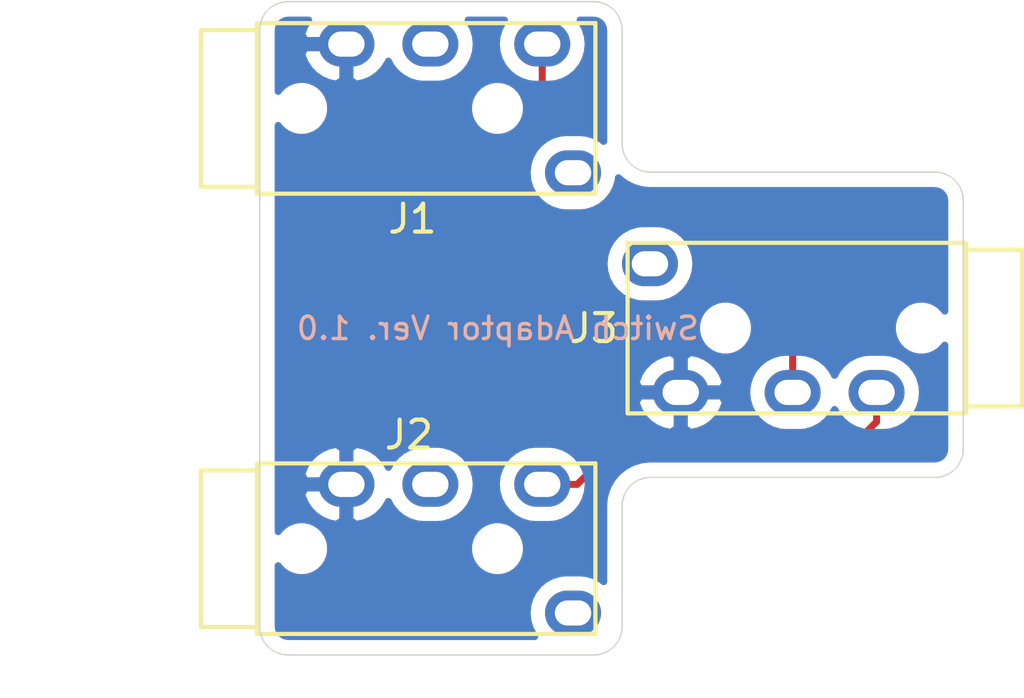
<source format=kicad_pcb>
(kicad_pcb (version 20171130) (host pcbnew 5.1.5-52549c5~84~ubuntu16.04.1)

  (general
    (thickness 1.6)
    (drawings 19)
    (tracks 15)
    (zones 0)
    (modules 3)
    (nets 9)
  )

  (page A4)
  (title_block
    (title "Switch Adaptor")
    (date 2019-05-05)
    (rev 1.0)
    (comment 1 "Copyright 2019 Don Haig (accessible.aac at gmail dot com)")
    (comment 2 http://creativecommons.org/licenses/by-sa/4.0/)
    (comment 3 "Creative Commons Attribution-ShareAlike 4.0 International License")
    (comment 4 "This work is licensed under a:")
  )

  (layers
    (0 F.Cu signal)
    (31 B.Cu signal)
    (32 B.Adhes user hide)
    (33 F.Adhes user hide)
    (34 B.Paste user hide)
    (35 F.Paste user hide)
    (36 B.SilkS user)
    (37 F.SilkS user)
    (38 B.Mask user)
    (39 F.Mask user)
    (40 Dwgs.User user)
    (41 Cmts.User user hide)
    (42 Eco1.User user hide)
    (43 Eco2.User user hide)
    (44 Edge.Cuts user)
    (45 Margin user hide)
    (46 B.CrtYd user hide)
    (47 F.CrtYd user hide)
    (48 B.Fab user hide)
    (49 F.Fab user hide)
  )

  (setup
    (last_trace_width 0.25)
    (trace_clearance 0.2)
    (zone_clearance 0.508)
    (zone_45_only no)
    (trace_min 0.2)
    (via_size 0.8)
    (via_drill 0.4)
    (via_min_size 0.4)
    (via_min_drill 0.3)
    (uvia_size 0.3)
    (uvia_drill 0.1)
    (uvias_allowed no)
    (uvia_min_size 0.2)
    (uvia_min_drill 0.1)
    (edge_width 0.05)
    (segment_width 0.2)
    (pcb_text_width 0.3)
    (pcb_text_size 1.5 1.5)
    (mod_edge_width 0.12)
    (mod_text_size 1 1)
    (mod_text_width 0.15)
    (pad_size 1.524 1.524)
    (pad_drill 0.762)
    (pad_to_mask_clearance 0.051)
    (solder_mask_min_width 0.25)
    (aux_axis_origin 0 0)
    (visible_elements FFFFFF7F)
    (pcbplotparams
      (layerselection 0x010f0_ffffffff)
      (usegerberextensions true)
      (usegerberattributes false)
      (usegerberadvancedattributes false)
      (creategerberjobfile false)
      (excludeedgelayer true)
      (linewidth 0.100000)
      (plotframeref false)
      (viasonmask false)
      (mode 1)
      (useauxorigin false)
      (hpglpennumber 1)
      (hpglpenspeed 20)
      (hpglpendiameter 15.000000)
      (psnegative false)
      (psa4output false)
      (plotreference true)
      (plotvalue true)
      (plotinvisibletext false)
      (padsonsilk false)
      (subtractmaskfromsilk false)
      (outputformat 1)
      (mirror false)
      (drillshape 0)
      (scaleselection 1)
      (outputdirectory "gerber/"))
  )

  (net 0 "")
  (net 1 "Net-(J1-Pad5)")
  (net 2 "Net-(J1-Pad3)")
  (net 3 "Net-(J2-Pad3)")
  (net 4 "Net-(J2-Pad5)")
  (net 5 "Net-(J3-Pad5)")
  (net 6 /SW1)
  (net 7 /Vcc)
  (net 8 /SW2)

  (net_class Default "This is the default net class."
    (clearance 0.2)
    (trace_width 0.25)
    (via_dia 0.8)
    (via_drill 0.4)
    (uvia_dia 0.3)
    (uvia_drill 0.1)
    (add_net /SW1)
    (add_net /SW2)
    (add_net /Vcc)
    (add_net "Net-(J1-Pad3)")
    (add_net "Net-(J1-Pad5)")
    (add_net "Net-(J2-Pad3)")
    (add_net "Net-(J2-Pad5)")
    (add_net "Net-(J3-Pad5)")
  )

  (module dbh_kicad_library:PJ-320A (layer F.Cu) (tedit 5C8461F3) (tstamp 5CCF8481)
    (at 151.384 99.568 180)
    (path /5CCFC37F)
    (fp_text reference J3 (at 10.16 2.032) (layer F.SilkS)
      (effects (font (size 1 1) (thickness 0.15)))
    )
    (fp_text value PJ320A (at 1.48 3.97) (layer F.Fab)
      (effects (font (size 1 1) (thickness 0.15)))
    )
    (fp_line (start -5.15 -0.76) (end -5.15 4.84) (layer F.SilkS) (width 0.15))
    (fp_line (start -3.15 4.84) (end -5.15 4.84) (layer F.SilkS) (width 0.15))
    (fp_line (start -3.15 -0.76) (end -5.15 -0.76) (layer F.SilkS) (width 0.15))
    (fp_line (start -3.15 5.09) (end 8.95 5.09) (layer F.SilkS) (width 0.15))
    (fp_line (start -3.15 -1.01) (end 8.95 -1.01) (layer F.SilkS) (width 0.15))
    (fp_line (start 8.95 -1.01) (end 8.95 5.09) (layer F.SilkS) (width 0.15))
    (fp_line (start -3.15 -1.01) (end -3.15 5.09) (layer F.SilkS) (width 0.15))
    (pad 5 thru_hole oval (at 8.15 4.34 270) (size 1.6 2) (drill oval 0.9 1.3) (layers *.Cu *.Mask)
      (net 5 "Net-(J3-Pad5)"))
    (pad 4 thru_hole oval (at 7.05 -0.26 270) (size 1.6 2) (drill oval 0.9 1.3) (layers *.Cu *.Mask)
      (net 7 /Vcc))
    (pad 2 thru_hole oval (at 0.05 -0.26 270) (size 1.6 2) (drill oval 0.9 1.3) (layers *.Cu *.Mask)
      (net 8 /SW2))
    (pad "" np_thru_hole circle (at 5.45 2.04 270) (size 0.8 0.8) (drill 0.8) (layers *.Cu *.Mask))
    (pad "" np_thru_hole circle (at -1.55 2.04 270) (size 0.8 0.8) (drill 0.8) (layers *.Cu *.Mask))
    (pad 3 thru_hole oval (at 3.05 -0.26 270) (size 1.6 2) (drill oval 0.9 1.3) (layers *.Cu *.Mask)
      (net 6 /SW1))
    (model /home/don/projects/github/Accessible-AAC/Hardware/KiCad_libraries/3D_models/pj320a.wrl
      (offset (xyz -3.35 -2 0))
      (scale (xyz 1 1 1))
      (rotate (xyz 0 0 90))
    )
    (model /home/don/kicad/libraries/dbh_kicad_library/3D_models/pj320a/pj320a.wrl
      (offset (xyz -3.35 -2.1 0))
      (scale (xyz 1 1 1))
      (rotate (xyz 0 0 0))
    )
  )

  (module dbh_kicad_library:PJ-320A (layer F.Cu) (tedit 5C8461F3) (tstamp 5CCF8470)
    (at 132.334 103.378)
    (path /5CCFBE46)
    (fp_text reference J2 (at 2.286 -2.032) (layer F.SilkS)
      (effects (font (size 1 1) (thickness 0.15)))
    )
    (fp_text value PJ320A (at 1.48 3.97) (layer F.Fab)
      (effects (font (size 1 1) (thickness 0.15)))
    )
    (fp_line (start -5.15 -0.76) (end -5.15 4.84) (layer F.SilkS) (width 0.15))
    (fp_line (start -3.15 4.84) (end -5.15 4.84) (layer F.SilkS) (width 0.15))
    (fp_line (start -3.15 -0.76) (end -5.15 -0.76) (layer F.SilkS) (width 0.15))
    (fp_line (start -3.15 5.09) (end 8.95 5.09) (layer F.SilkS) (width 0.15))
    (fp_line (start -3.15 -1.01) (end 8.95 -1.01) (layer F.SilkS) (width 0.15))
    (fp_line (start 8.95 -1.01) (end 8.95 5.09) (layer F.SilkS) (width 0.15))
    (fp_line (start -3.15 -1.01) (end -3.15 5.09) (layer F.SilkS) (width 0.15))
    (pad 5 thru_hole oval (at 8.15 4.34 90) (size 1.6 2) (drill oval 0.9 1.3) (layers *.Cu *.Mask)
      (net 4 "Net-(J2-Pad5)"))
    (pad 4 thru_hole oval (at 7.05 -0.26 90) (size 1.6 2) (drill oval 0.9 1.3) (layers *.Cu *.Mask)
      (net 8 /SW2))
    (pad 2 thru_hole oval (at 0.05 -0.26 90) (size 1.6 2) (drill oval 0.9 1.3) (layers *.Cu *.Mask)
      (net 7 /Vcc))
    (pad "" np_thru_hole circle (at 5.45 2.04 90) (size 0.8 0.8) (drill 0.8) (layers *.Cu *.Mask))
    (pad "" np_thru_hole circle (at -1.55 2.04 90) (size 0.8 0.8) (drill 0.8) (layers *.Cu *.Mask))
    (pad 3 thru_hole oval (at 3.05 -0.26 90) (size 1.6 2) (drill oval 0.9 1.3) (layers *.Cu *.Mask)
      (net 3 "Net-(J2-Pad3)"))
    (model /home/don/projects/github/Accessible-AAC/Hardware/KiCad_libraries/3D_models/pj320a.wrl
      (offset (xyz -3.35 -2 0))
      (scale (xyz 1 1 1))
      (rotate (xyz 0 0 90))
    )
    (model /home/don/kicad/libraries/dbh_kicad_library/3D_models/pj320a/pj320a.wrl
      (offset (xyz -3.35 -2.1 0))
      (scale (xyz 1 1 1))
      (rotate (xyz 0 0 0))
    )
  )

  (module dbh_kicad_library:PJ-320A (layer F.Cu) (tedit 5C8461F3) (tstamp 5CCF845F)
    (at 132.334 87.63)
    (path /5CCF9B2D)
    (fp_text reference J1 (at 2.41 5.99) (layer F.SilkS)
      (effects (font (size 1 1) (thickness 0.15)))
    )
    (fp_text value PJ320A (at 1.48 3.97) (layer F.Fab)
      (effects (font (size 1 1) (thickness 0.15)))
    )
    (fp_line (start -5.15 -0.76) (end -5.15 4.84) (layer F.SilkS) (width 0.15))
    (fp_line (start -3.15 4.84) (end -5.15 4.84) (layer F.SilkS) (width 0.15))
    (fp_line (start -3.15 -0.76) (end -5.15 -0.76) (layer F.SilkS) (width 0.15))
    (fp_line (start -3.15 5.09) (end 8.95 5.09) (layer F.SilkS) (width 0.15))
    (fp_line (start -3.15 -1.01) (end 8.95 -1.01) (layer F.SilkS) (width 0.15))
    (fp_line (start 8.95 -1.01) (end 8.95 5.09) (layer F.SilkS) (width 0.15))
    (fp_line (start -3.15 -1.01) (end -3.15 5.09) (layer F.SilkS) (width 0.15))
    (pad 5 thru_hole oval (at 8.15 4.34 90) (size 1.6 2) (drill oval 0.9 1.3) (layers *.Cu *.Mask)
      (net 1 "Net-(J1-Pad5)"))
    (pad 4 thru_hole oval (at 7.05 -0.26 90) (size 1.6 2) (drill oval 0.9 1.3) (layers *.Cu *.Mask)
      (net 6 /SW1))
    (pad 2 thru_hole oval (at 0.05 -0.26 90) (size 1.6 2) (drill oval 0.9 1.3) (layers *.Cu *.Mask)
      (net 7 /Vcc))
    (pad "" np_thru_hole circle (at 5.45 2.04 90) (size 0.8 0.8) (drill 0.8) (layers *.Cu *.Mask))
    (pad "" np_thru_hole circle (at -1.55 2.04 90) (size 0.8 0.8) (drill 0.8) (layers *.Cu *.Mask))
    (pad 3 thru_hole oval (at 3.05 -0.26 90) (size 1.6 2) (drill oval 0.9 1.3) (layers *.Cu *.Mask)
      (net 2 "Net-(J1-Pad3)"))
    (model /home/don/projects/github/Accessible-AAC/Hardware/KiCad_libraries/3D_models/pj320a.wrl
      (offset (xyz -3.35 -2 0))
      (scale (xyz 1 1 1))
      (rotate (xyz 0 0 90))
    )
    (model /home/don/kicad/libraries/dbh_kicad_library/3D_models/pj320a/pj320a.wrl
      (offset (xyz -3.35 -2.1 0))
      (scale (xyz 1 1 1))
      (rotate (xyz 0 0 0))
    )
  )

  (dimension 12.954 (width 0.15) (layer Dwgs.User)
    (gr_text "12.954 mm" (at 135.763 111.409) (layer Dwgs.User)
      (effects (font (size 1 1) (thickness 0.15)))
    )
    (feature1 (pts (xy 142.24 108.331) (xy 142.24 110.695421)))
    (feature2 (pts (xy 129.286 108.331) (xy 129.286 110.695421)))
    (crossbar (pts (xy 129.286 110.109) (xy 142.24 110.109)))
    (arrow1a (pts (xy 142.24 110.109) (xy 141.113496 110.695421)))
    (arrow1b (pts (xy 142.24 110.109) (xy 141.113496 109.522579)))
    (arrow2a (pts (xy 129.286 110.109) (xy 130.412504 110.695421)))
    (arrow2b (pts (xy 129.286 110.109) (xy 130.412504 109.522579)))
  )
  (dimension 23.368 (width 0.12) (layer Dwgs.User)
    (gr_text "23.368 mm" (at 123.698 97.536 270) (layer Dwgs.User)
      (effects (font (size 1 1) (thickness 0.15)))
    )
    (feature1 (pts (xy 130.429 109.22) (xy 124.381579 109.22)))
    (feature2 (pts (xy 130.429 85.852) (xy 124.381579 85.852)))
    (crossbar (pts (xy 124.968 85.852) (xy 124.968 109.22)))
    (arrow1a (pts (xy 124.968 109.22) (xy 124.381579 108.093496)))
    (arrow1b (pts (xy 124.968 109.22) (xy 125.554421 108.093496)))
    (arrow2a (pts (xy 124.968 85.852) (xy 124.381579 86.978504)))
    (arrow2b (pts (xy 124.968 85.852) (xy 125.554421 86.978504)))
  )
  (gr_arc (start 143.256 90.932) (end 142.24 90.932) (angle -90) (layer Edge.Cuts) (width 0.05) (tstamp 5CCF86F2))
  (gr_line (start 142.24 103.886) (end 142.24 108.204) (layer Edge.Cuts) (width 0.05) (tstamp 5CCF86CC))
  (gr_line (start 142.24 86.868) (end 142.24 90.932) (layer Edge.Cuts) (width 0.05) (tstamp 5CCF86CB))
  (gr_line (start 129.286 86.868) (end 129.286 108.204) (layer Edge.Cuts) (width 0.05) (tstamp 5CCF86C7))
  (gr_line (start 154.432 92.964) (end 154.432 101.854) (layer Edge.Cuts) (width 0.05) (tstamp 5CCF8627))
  (gr_line (start 143.256 102.87) (end 153.416 102.87) (layer Edge.Cuts) (width 0.05) (tstamp 5CCF861E))
  (gr_line (start 143.256 91.948) (end 153.416 91.948) (layer Edge.Cuts) (width 0.05))
  (gr_arc (start 143.256 103.886) (end 143.256 102.87) (angle -90) (layer Edge.Cuts) (width 0.05) (tstamp 5CCF8612))
  (gr_arc (start 153.416 101.854) (end 153.416 102.87) (angle -90) (layer Edge.Cuts) (width 0.05) (tstamp 5CCF860B))
  (gr_arc (start 153.416 92.964) (end 154.432 92.964) (angle -90) (layer Edge.Cuts) (width 0.05) (tstamp 5CCF8609))
  (gr_line (start 141.224 109.22) (end 130.302 109.22) (layer Edge.Cuts) (width 0.05) (tstamp 5CCF85F9))
  (gr_line (start 130.302 85.852) (end 141.224 85.852) (layer Edge.Cuts) (width 0.05) (tstamp 5CCF86A3))
  (gr_arc (start 141.224 108.204) (end 142.24 108.204) (angle 90) (layer Edge.Cuts) (width 0.05) (tstamp 5CCF85DF))
  (gr_arc (start 130.302 108.204) (end 130.302 109.22) (angle 90) (layer Edge.Cuts) (width 0.05) (tstamp 5CCF85DE))
  (gr_arc (start 141.224 86.868) (end 142.24 86.868) (angle -90) (layer Edge.Cuts) (width 0.05) (tstamp 5CCF86A6))
  (gr_arc (start 130.302 86.868) (end 130.302 85.852) (angle -90) (layer Edge.Cuts) (width 0.05) (tstamp 5CCF86A9))
  (gr_text "Switch Adaptor Ver. 1.0" (at 137.795 97.536) (layer B.SilkS)
    (effects (font (size 0.8 0.8) (thickness 0.125)) (justify mirror))
  )

  (segment (start 148.334 98.778) (end 148.334 99.828) (width 0.25) (layer F.Cu) (net 6))
  (segment (start 148.334 96.776) (end 148.334 98.778) (width 0.25) (layer F.Cu) (net 6))
  (segment (start 148.334 96.594) (end 148.334 96.776) (width 0.25) (layer F.Cu) (net 6))
  (segment (start 146.812 93.726) (end 148.334 95.248) (width 0.25) (layer F.Cu) (net 6))
  (segment (start 139.384 87.37) (end 139.384 90.486) (width 0.25) (layer F.Cu) (net 6))
  (segment (start 138.684 93.726) (end 146.812 93.726) (width 0.25) (layer F.Cu) (net 6))
  (segment (start 138.176 93.218) (end 138.684 93.726) (width 0.25) (layer F.Cu) (net 6))
  (segment (start 148.334 95.248) (end 148.334 96.776) (width 0.25) (layer F.Cu) (net 6))
  (segment (start 139.384 90.486) (end 138.176 91.694) (width 0.25) (layer F.Cu) (net 6))
  (segment (start 138.176 91.694) (end 138.176 93.218) (width 0.25) (layer F.Cu) (net 6))
  (segment (start 151.334 100.878) (end 151.334 99.828) (width 0.25) (layer F.Cu) (net 8))
  (segment (start 150.872 101.34) (end 151.334 100.878) (width 0.25) (layer F.Cu) (net 8))
  (segment (start 140.634 103.118) (end 139.384 103.118) (width 0.25) (layer F.Cu) (net 8))
  (segment (start 142.412 101.34) (end 140.634 103.118) (width 0.25) (layer F.Cu) (net 8))
  (segment (start 150.872 101.34) (end 142.412 101.34) (width 0.25) (layer F.Cu) (net 8))

  (zone (net 7) (net_name /Vcc) (layer B.Cu) (tstamp 5CCF8899) (hatch edge 0.508)
    (connect_pads (clearance 0.508))
    (min_thickness 0.254)
    (fill yes (arc_segments 32) (thermal_gap 0.508) (thermal_bridge_width 0.508))
    (polygon
      (pts
        (xy 129.413 86.868) (xy 129.667 86.233) (xy 130.302 85.979) (xy 141.351 85.979) (xy 141.859 86.36)
        (xy 142.113 86.868) (xy 142.113 91.186) (xy 142.494 91.821) (xy 143.002 92.075) (xy 153.67 92.075)
        (xy 154.178 92.583) (xy 154.178 93.091) (xy 154.178 102.108) (xy 154.051 102.362) (xy 153.416 102.743)
        (xy 142.748 102.743) (xy 142.24 103.251) (xy 141.986 103.632) (xy 141.986 108.458) (xy 141.605 108.966)
        (xy 140.843 109.093) (xy 130.175 109.093) (xy 129.54 108.712) (xy 129.413 108.331)
      )
    )
    (filled_polygon
      (pts
        (xy 130.908449 86.701579) (xy 130.802556 86.96327) (xy 130.792096 87.020961) (xy 130.914085 87.243) (xy 132.257 87.243)
        (xy 132.257 87.223) (xy 132.511 87.223) (xy 132.511 87.243) (xy 132.531 87.243) (xy 132.531 87.497)
        (xy 132.511 87.497) (xy 132.511 88.649474) (xy 132.736887 88.801937) (xy 133.013306 88.744596) (xy 133.273227 88.63443)
        (xy 133.506662 88.475673) (xy 133.704639 88.274425) (xy 133.859551 88.038421) (xy 133.883075 87.980286) (xy 133.985068 88.171101)
        (xy 134.164392 88.389608) (xy 134.382899 88.568932) (xy 134.632192 88.702182) (xy 134.902691 88.784236) (xy 135.113508 88.805)
        (xy 135.654492 88.805) (xy 135.865309 88.784236) (xy 136.135808 88.702182) (xy 136.385101 88.568932) (xy 136.603608 88.389608)
        (xy 136.782932 88.171101) (xy 136.916182 87.921808) (xy 136.998236 87.651309) (xy 137.025943 87.37) (xy 136.998236 87.088691)
        (xy 136.916182 86.818192) (xy 136.782932 86.568899) (xy 136.736236 86.512) (xy 138.031764 86.512) (xy 137.985068 86.568899)
        (xy 137.851818 86.818192) (xy 137.769764 87.088691) (xy 137.742057 87.37) (xy 137.769764 87.651309) (xy 137.851818 87.921808)
        (xy 137.985068 88.171101) (xy 138.164392 88.389608) (xy 138.382899 88.568932) (xy 138.632192 88.702182) (xy 138.902691 88.784236)
        (xy 139.113508 88.805) (xy 139.654492 88.805) (xy 139.865309 88.784236) (xy 140.135808 88.702182) (xy 140.385101 88.568932)
        (xy 140.603608 88.389608) (xy 140.782932 88.171101) (xy 140.916182 87.921808) (xy 140.998236 87.651309) (xy 141.025943 87.37)
        (xy 140.998236 87.088691) (xy 140.916182 86.818192) (xy 140.782932 86.568899) (xy 140.736236 86.512) (xy 141.191719 86.512)
        (xy 141.292533 86.521885) (xy 141.358457 86.541789) (xy 141.419255 86.574115) (xy 141.472619 86.617639) (xy 141.516512 86.670696)
        (xy 141.549266 86.731271) (xy 141.569628 86.797053) (xy 141.58 86.895731) (xy 141.580001 90.84895) (xy 141.485101 90.771068)
        (xy 141.235808 90.637818) (xy 140.965309 90.555764) (xy 140.754492 90.535) (xy 140.213508 90.535) (xy 140.002691 90.555764)
        (xy 139.732192 90.637818) (xy 139.482899 90.771068) (xy 139.264392 90.950392) (xy 139.085068 91.168899) (xy 138.951818 91.418192)
        (xy 138.869764 91.688691) (xy 138.842057 91.97) (xy 138.869764 92.251309) (xy 138.951818 92.521808) (xy 139.085068 92.771101)
        (xy 139.264392 92.989608) (xy 139.482899 93.168932) (xy 139.732192 93.302182) (xy 140.002691 93.384236) (xy 140.213508 93.405)
        (xy 140.754492 93.405) (xy 140.965309 93.384236) (xy 141.235808 93.302182) (xy 141.485101 93.168932) (xy 141.703608 92.989608)
        (xy 141.882932 92.771101) (xy 142.016182 92.521808) (xy 142.098236 92.251309) (xy 142.10815 92.150649) (xy 142.115851 92.158513)
        (xy 142.122952 92.164387) (xy 142.276614 92.289711) (xy 142.326423 92.322803) (xy 142.375795 92.35661) (xy 142.383902 92.360993)
        (xy 142.55898 92.454084) (xy 142.614275 92.476875) (xy 142.66927 92.500446) (xy 142.678074 92.503171) (xy 142.8679 92.560482)
        (xy 142.926566 92.572098) (xy 142.985087 92.584537) (xy 142.994252 92.5855) (xy 143.191593 92.60485) (xy 143.191598 92.60485)
        (xy 143.223581 92.608) (xy 153.383719 92.608) (xy 153.484533 92.617885) (xy 153.550457 92.637789) (xy 153.611255 92.670115)
        (xy 153.664619 92.713639) (xy 153.708512 92.766696) (xy 153.741266 92.827271) (xy 153.761628 92.893053) (xy 153.772 92.991731)
        (xy 153.772 96.919206) (xy 153.737937 96.868226) (xy 153.593774 96.724063) (xy 153.424256 96.610795) (xy 153.235898 96.532774)
        (xy 153.035939 96.493) (xy 152.832061 96.493) (xy 152.632102 96.532774) (xy 152.443744 96.610795) (xy 152.274226 96.724063)
        (xy 152.130063 96.868226) (xy 152.016795 97.037744) (xy 151.938774 97.226102) (xy 151.899 97.426061) (xy 151.899 97.629939)
        (xy 151.938774 97.829898) (xy 152.016795 98.018256) (xy 152.130063 98.187774) (xy 152.274226 98.331937) (xy 152.443744 98.445205)
        (xy 152.632102 98.523226) (xy 152.832061 98.563) (xy 153.035939 98.563) (xy 153.235898 98.523226) (xy 153.424256 98.445205)
        (xy 153.593774 98.331937) (xy 153.737937 98.187774) (xy 153.772001 98.136794) (xy 153.772001 101.821709) (xy 153.762115 101.922531)
        (xy 153.742211 101.988458) (xy 153.709885 102.049255) (xy 153.666362 102.102618) (xy 153.6133 102.146515) (xy 153.552727 102.179266)
        (xy 153.486947 102.199628) (xy 153.388269 102.21) (xy 143.223581 102.21) (xy 143.195309 102.212784) (xy 143.189088 102.212741)
        (xy 143.179917 102.213641) (xy 142.982715 102.234368) (xy 142.924151 102.24639) (xy 142.865362 102.257604) (xy 142.85654 102.260268)
        (xy 142.667118 102.318903) (xy 142.612005 102.342071) (xy 142.556507 102.364493) (xy 142.548371 102.36882) (xy 142.373947 102.46313)
        (xy 142.324331 102.496597) (xy 142.274301 102.529335) (xy 142.26716 102.535159) (xy 142.114376 102.661553) (xy 142.072237 102.703988)
        (xy 142.029487 102.745851) (xy 142.023613 102.752952) (xy 141.898289 102.906614) (xy 141.865174 102.956456) (xy 141.83139 103.005796)
        (xy 141.827007 103.013902) (xy 141.733916 103.18898) (xy 141.711125 103.244275) (xy 141.687554 103.29927) (xy 141.684829 103.308073)
        (xy 141.627518 103.4979) (xy 141.6159 103.55658) (xy 141.603463 103.615087) (xy 141.6025 103.624252) (xy 141.58315 103.821594)
        (xy 141.58315 103.821599) (xy 141.58 103.853582) (xy 141.580001 106.59695) (xy 141.485101 106.519068) (xy 141.235808 106.385818)
        (xy 140.965309 106.303764) (xy 140.754492 106.283) (xy 140.213508 106.283) (xy 140.002691 106.303764) (xy 139.732192 106.385818)
        (xy 139.482899 106.519068) (xy 139.264392 106.698392) (xy 139.085068 106.916899) (xy 138.951818 107.166192) (xy 138.869764 107.436691)
        (xy 138.842057 107.718) (xy 138.869764 107.999309) (xy 138.951818 108.269808) (xy 139.085068 108.519101) (xy 139.118633 108.56)
        (xy 130.334281 108.56) (xy 130.233469 108.550115) (xy 130.167542 108.530211) (xy 130.106745 108.497885) (xy 130.053382 108.454362)
        (xy 130.009485 108.4013) (xy 129.976734 108.340727) (xy 129.956372 108.274947) (xy 129.946 108.176269) (xy 129.946 106.026795)
        (xy 129.980063 106.077774) (xy 130.124226 106.221937) (xy 130.293744 106.335205) (xy 130.482102 106.413226) (xy 130.682061 106.453)
        (xy 130.885939 106.453) (xy 131.085898 106.413226) (xy 131.274256 106.335205) (xy 131.443774 106.221937) (xy 131.587937 106.077774)
        (xy 131.701205 105.908256) (xy 131.779226 105.719898) (xy 131.819 105.519939) (xy 131.819 105.316061) (xy 136.749 105.316061)
        (xy 136.749 105.519939) (xy 136.788774 105.719898) (xy 136.866795 105.908256) (xy 136.980063 106.077774) (xy 137.124226 106.221937)
        (xy 137.293744 106.335205) (xy 137.482102 106.413226) (xy 137.682061 106.453) (xy 137.885939 106.453) (xy 138.085898 106.413226)
        (xy 138.274256 106.335205) (xy 138.443774 106.221937) (xy 138.587937 106.077774) (xy 138.701205 105.908256) (xy 138.779226 105.719898)
        (xy 138.819 105.519939) (xy 138.819 105.316061) (xy 138.779226 105.116102) (xy 138.701205 104.927744) (xy 138.587937 104.758226)
        (xy 138.443774 104.614063) (xy 138.274256 104.500795) (xy 138.085898 104.422774) (xy 137.885939 104.383) (xy 137.682061 104.383)
        (xy 137.482102 104.422774) (xy 137.293744 104.500795) (xy 137.124226 104.614063) (xy 136.980063 104.758226) (xy 136.866795 104.927744)
        (xy 136.788774 105.116102) (xy 136.749 105.316061) (xy 131.819 105.316061) (xy 131.779226 105.116102) (xy 131.701205 104.927744)
        (xy 131.587937 104.758226) (xy 131.443774 104.614063) (xy 131.274256 104.500795) (xy 131.085898 104.422774) (xy 130.885939 104.383)
        (xy 130.682061 104.383) (xy 130.482102 104.422774) (xy 130.293744 104.500795) (xy 130.124226 104.614063) (xy 129.980063 104.758226)
        (xy 129.946 104.809205) (xy 129.946 103.467039) (xy 130.792096 103.467039) (xy 130.802556 103.52473) (xy 130.908449 103.786421)
        (xy 131.063361 104.022425) (xy 131.261338 104.223673) (xy 131.494773 104.38243) (xy 131.754694 104.492596) (xy 132.031113 104.549937)
        (xy 132.257 104.397474) (xy 132.257 103.245) (xy 130.914085 103.245) (xy 130.792096 103.467039) (xy 129.946 103.467039)
        (xy 129.946 102.768961) (xy 130.792096 102.768961) (xy 130.914085 102.991) (xy 132.257 102.991) (xy 132.257 101.838526)
        (xy 132.511 101.838526) (xy 132.511 102.991) (xy 132.531 102.991) (xy 132.531 103.245) (xy 132.511 103.245)
        (xy 132.511 104.397474) (xy 132.736887 104.549937) (xy 133.013306 104.492596) (xy 133.273227 104.38243) (xy 133.506662 104.223673)
        (xy 133.704639 104.022425) (xy 133.859551 103.786421) (xy 133.883075 103.728286) (xy 133.985068 103.919101) (xy 134.164392 104.137608)
        (xy 134.382899 104.316932) (xy 134.632192 104.450182) (xy 134.902691 104.532236) (xy 135.113508 104.553) (xy 135.654492 104.553)
        (xy 135.865309 104.532236) (xy 136.135808 104.450182) (xy 136.385101 104.316932) (xy 136.603608 104.137608) (xy 136.782932 103.919101)
        (xy 136.916182 103.669808) (xy 136.998236 103.399309) (xy 137.025943 103.118) (xy 137.742057 103.118) (xy 137.769764 103.399309)
        (xy 137.851818 103.669808) (xy 137.985068 103.919101) (xy 138.164392 104.137608) (xy 138.382899 104.316932) (xy 138.632192 104.450182)
        (xy 138.902691 104.532236) (xy 139.113508 104.553) (xy 139.654492 104.553) (xy 139.865309 104.532236) (xy 140.135808 104.450182)
        (xy 140.385101 104.316932) (xy 140.603608 104.137608) (xy 140.782932 103.919101) (xy 140.916182 103.669808) (xy 140.998236 103.399309)
        (xy 141.025943 103.118) (xy 140.998236 102.836691) (xy 140.916182 102.566192) (xy 140.782932 102.316899) (xy 140.603608 102.098392)
        (xy 140.385101 101.919068) (xy 140.135808 101.785818) (xy 139.865309 101.703764) (xy 139.654492 101.683) (xy 139.113508 101.683)
        (xy 138.902691 101.703764) (xy 138.632192 101.785818) (xy 138.382899 101.919068) (xy 138.164392 102.098392) (xy 137.985068 102.316899)
        (xy 137.851818 102.566192) (xy 137.769764 102.836691) (xy 137.742057 103.118) (xy 137.025943 103.118) (xy 136.998236 102.836691)
        (xy 136.916182 102.566192) (xy 136.782932 102.316899) (xy 136.603608 102.098392) (xy 136.385101 101.919068) (xy 136.135808 101.785818)
        (xy 135.865309 101.703764) (xy 135.654492 101.683) (xy 135.113508 101.683) (xy 134.902691 101.703764) (xy 134.632192 101.785818)
        (xy 134.382899 101.919068) (xy 134.164392 102.098392) (xy 133.985068 102.316899) (xy 133.883075 102.507714) (xy 133.859551 102.449579)
        (xy 133.704639 102.213575) (xy 133.506662 102.012327) (xy 133.273227 101.85357) (xy 133.013306 101.743404) (xy 132.736887 101.686063)
        (xy 132.511 101.838526) (xy 132.257 101.838526) (xy 132.031113 101.686063) (xy 131.754694 101.743404) (xy 131.494773 101.85357)
        (xy 131.261338 102.012327) (xy 131.063361 102.213575) (xy 130.908449 102.449579) (xy 130.802556 102.71127) (xy 130.792096 102.768961)
        (xy 129.946 102.768961) (xy 129.946 100.177039) (xy 142.742096 100.177039) (xy 142.752556 100.23473) (xy 142.858449 100.496421)
        (xy 143.013361 100.732425) (xy 143.211338 100.933673) (xy 143.444773 101.09243) (xy 143.704694 101.202596) (xy 143.981113 101.259937)
        (xy 144.207 101.107474) (xy 144.207 99.955) (xy 144.461 99.955) (xy 144.461 101.107474) (xy 144.686887 101.259937)
        (xy 144.963306 101.202596) (xy 145.223227 101.09243) (xy 145.456662 100.933673) (xy 145.654639 100.732425) (xy 145.809551 100.496421)
        (xy 145.915444 100.23473) (xy 145.925904 100.177039) (xy 145.803915 99.955) (xy 144.461 99.955) (xy 144.207 99.955)
        (xy 142.864085 99.955) (xy 142.742096 100.177039) (xy 129.946 100.177039) (xy 129.946 99.828) (xy 146.692057 99.828)
        (xy 146.719764 100.109309) (xy 146.801818 100.379808) (xy 146.935068 100.629101) (xy 147.114392 100.847608) (xy 147.332899 101.026932)
        (xy 147.582192 101.160182) (xy 147.852691 101.242236) (xy 148.063508 101.263) (xy 148.604492 101.263) (xy 148.815309 101.242236)
        (xy 149.085808 101.160182) (xy 149.335101 101.026932) (xy 149.553608 100.847608) (xy 149.732932 100.629101) (xy 149.834 100.440016)
        (xy 149.935068 100.629101) (xy 150.114392 100.847608) (xy 150.332899 101.026932) (xy 150.582192 101.160182) (xy 150.852691 101.242236)
        (xy 151.063508 101.263) (xy 151.604492 101.263) (xy 151.815309 101.242236) (xy 152.085808 101.160182) (xy 152.335101 101.026932)
        (xy 152.553608 100.847608) (xy 152.732932 100.629101) (xy 152.866182 100.379808) (xy 152.948236 100.109309) (xy 152.975943 99.828)
        (xy 152.948236 99.546691) (xy 152.866182 99.276192) (xy 152.732932 99.026899) (xy 152.553608 98.808392) (xy 152.335101 98.629068)
        (xy 152.085808 98.495818) (xy 151.815309 98.413764) (xy 151.604492 98.393) (xy 151.063508 98.393) (xy 150.852691 98.413764)
        (xy 150.582192 98.495818) (xy 150.332899 98.629068) (xy 150.114392 98.808392) (xy 149.935068 99.026899) (xy 149.834 99.215984)
        (xy 149.732932 99.026899) (xy 149.553608 98.808392) (xy 149.335101 98.629068) (xy 149.085808 98.495818) (xy 148.815309 98.413764)
        (xy 148.604492 98.393) (xy 148.063508 98.393) (xy 147.852691 98.413764) (xy 147.582192 98.495818) (xy 147.332899 98.629068)
        (xy 147.114392 98.808392) (xy 146.935068 99.026899) (xy 146.801818 99.276192) (xy 146.719764 99.546691) (xy 146.692057 99.828)
        (xy 129.946 99.828) (xy 129.946 99.478961) (xy 142.742096 99.478961) (xy 142.864085 99.701) (xy 144.207 99.701)
        (xy 144.207 98.548526) (xy 144.461 98.548526) (xy 144.461 99.701) (xy 145.803915 99.701) (xy 145.925904 99.478961)
        (xy 145.915444 99.42127) (xy 145.809551 99.159579) (xy 145.654639 98.923575) (xy 145.456662 98.722327) (xy 145.223227 98.56357)
        (xy 144.963306 98.453404) (xy 144.686887 98.396063) (xy 144.461 98.548526) (xy 144.207 98.548526) (xy 143.981113 98.396063)
        (xy 143.704694 98.453404) (xy 143.444773 98.56357) (xy 143.211338 98.722327) (xy 143.013361 98.923575) (xy 142.858449 99.159579)
        (xy 142.752556 99.42127) (xy 142.742096 99.478961) (xy 129.946 99.478961) (xy 129.946 97.426061) (xy 144.899 97.426061)
        (xy 144.899 97.629939) (xy 144.938774 97.829898) (xy 145.016795 98.018256) (xy 145.130063 98.187774) (xy 145.274226 98.331937)
        (xy 145.443744 98.445205) (xy 145.632102 98.523226) (xy 145.832061 98.563) (xy 146.035939 98.563) (xy 146.235898 98.523226)
        (xy 146.424256 98.445205) (xy 146.593774 98.331937) (xy 146.737937 98.187774) (xy 146.851205 98.018256) (xy 146.929226 97.829898)
        (xy 146.969 97.629939) (xy 146.969 97.426061) (xy 146.929226 97.226102) (xy 146.851205 97.037744) (xy 146.737937 96.868226)
        (xy 146.593774 96.724063) (xy 146.424256 96.610795) (xy 146.235898 96.532774) (xy 146.035939 96.493) (xy 145.832061 96.493)
        (xy 145.632102 96.532774) (xy 145.443744 96.610795) (xy 145.274226 96.724063) (xy 145.130063 96.868226) (xy 145.016795 97.037744)
        (xy 144.938774 97.226102) (xy 144.899 97.426061) (xy 129.946 97.426061) (xy 129.946 95.228) (xy 141.592057 95.228)
        (xy 141.619764 95.509309) (xy 141.701818 95.779808) (xy 141.835068 96.029101) (xy 142.014392 96.247608) (xy 142.232899 96.426932)
        (xy 142.482192 96.560182) (xy 142.752691 96.642236) (xy 142.963508 96.663) (xy 143.504492 96.663) (xy 143.715309 96.642236)
        (xy 143.985808 96.560182) (xy 144.235101 96.426932) (xy 144.453608 96.247608) (xy 144.632932 96.029101) (xy 144.766182 95.779808)
        (xy 144.848236 95.509309) (xy 144.875943 95.228) (xy 144.848236 94.946691) (xy 144.766182 94.676192) (xy 144.632932 94.426899)
        (xy 144.453608 94.208392) (xy 144.235101 94.029068) (xy 143.985808 93.895818) (xy 143.715309 93.813764) (xy 143.504492 93.793)
        (xy 142.963508 93.793) (xy 142.752691 93.813764) (xy 142.482192 93.895818) (xy 142.232899 94.029068) (xy 142.014392 94.208392)
        (xy 141.835068 94.426899) (xy 141.701818 94.676192) (xy 141.619764 94.946691) (xy 141.592057 95.228) (xy 129.946 95.228)
        (xy 129.946 90.278795) (xy 129.980063 90.329774) (xy 130.124226 90.473937) (xy 130.293744 90.587205) (xy 130.482102 90.665226)
        (xy 130.682061 90.705) (xy 130.885939 90.705) (xy 131.085898 90.665226) (xy 131.274256 90.587205) (xy 131.443774 90.473937)
        (xy 131.587937 90.329774) (xy 131.701205 90.160256) (xy 131.779226 89.971898) (xy 131.819 89.771939) (xy 131.819 89.568061)
        (xy 136.749 89.568061) (xy 136.749 89.771939) (xy 136.788774 89.971898) (xy 136.866795 90.160256) (xy 136.980063 90.329774)
        (xy 137.124226 90.473937) (xy 137.293744 90.587205) (xy 137.482102 90.665226) (xy 137.682061 90.705) (xy 137.885939 90.705)
        (xy 138.085898 90.665226) (xy 138.274256 90.587205) (xy 138.443774 90.473937) (xy 138.587937 90.329774) (xy 138.701205 90.160256)
        (xy 138.779226 89.971898) (xy 138.819 89.771939) (xy 138.819 89.568061) (xy 138.779226 89.368102) (xy 138.701205 89.179744)
        (xy 138.587937 89.010226) (xy 138.443774 88.866063) (xy 138.274256 88.752795) (xy 138.085898 88.674774) (xy 137.885939 88.635)
        (xy 137.682061 88.635) (xy 137.482102 88.674774) (xy 137.293744 88.752795) (xy 137.124226 88.866063) (xy 136.980063 89.010226)
        (xy 136.866795 89.179744) (xy 136.788774 89.368102) (xy 136.749 89.568061) (xy 131.819 89.568061) (xy 131.779226 89.368102)
        (xy 131.701205 89.179744) (xy 131.587937 89.010226) (xy 131.443774 88.866063) (xy 131.274256 88.752795) (xy 131.085898 88.674774)
        (xy 130.885939 88.635) (xy 130.682061 88.635) (xy 130.482102 88.674774) (xy 130.293744 88.752795) (xy 130.124226 88.866063)
        (xy 129.980063 89.010226) (xy 129.946 89.061205) (xy 129.946 87.719039) (xy 130.792096 87.719039) (xy 130.802556 87.77673)
        (xy 130.908449 88.038421) (xy 131.063361 88.274425) (xy 131.261338 88.475673) (xy 131.494773 88.63443) (xy 131.754694 88.744596)
        (xy 132.031113 88.801937) (xy 132.257 88.649474) (xy 132.257 87.497) (xy 130.914085 87.497) (xy 130.792096 87.719039)
        (xy 129.946 87.719039) (xy 129.946 86.900281) (xy 129.955885 86.799467) (xy 129.975789 86.733543) (xy 130.008115 86.672745)
        (xy 130.051639 86.619381) (xy 130.104696 86.575488) (xy 130.165271 86.542734) (xy 130.231053 86.522372) (xy 130.32973 86.512)
        (xy 131.032888 86.512)
      )
    )
  )
)

</source>
